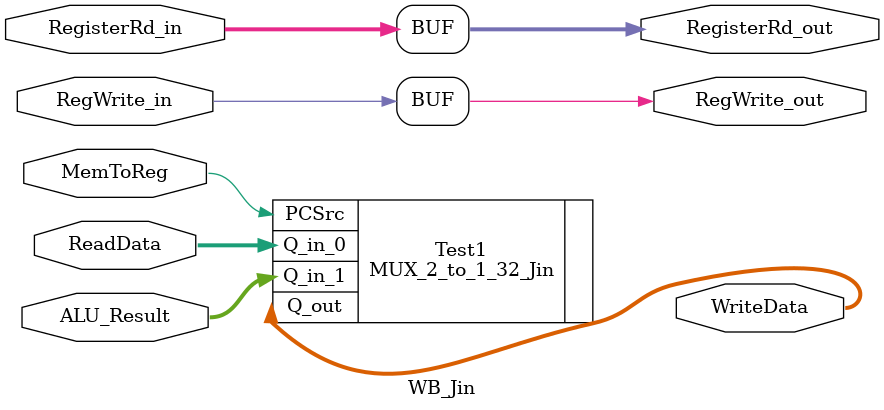
<source format=v>
    `timescale 1ns / 1ps
module WB_Jin(
    input   wire    [31:0]  ALU_Result,
    input   wire    [31:0]  ReadData,
    input   wire            MemToReg,
    output  wire    [31:0]  WriteData,

    input   wire            RegWrite_in,
    output  wire            RegWrite_out,

    input   wire    [4:0]   RegisterRd_in,
    output  wire    [4:0]   RegisterRd_out    
);

    // RegisterRd 
        assign  RegisterRd_out = RegisterRd_in;

    // RegWrite
        assign  RegWrite_out = RegWrite_in;
    
    // MUX
        MUX_2_to_1_32_Jin Test1 (
            .Q_in_0(ReadData),  .Q_in_1(ALU_Result),
            .PCSrc(MemToReg),   .Q_out(WriteData)
        );
endmodule

</source>
